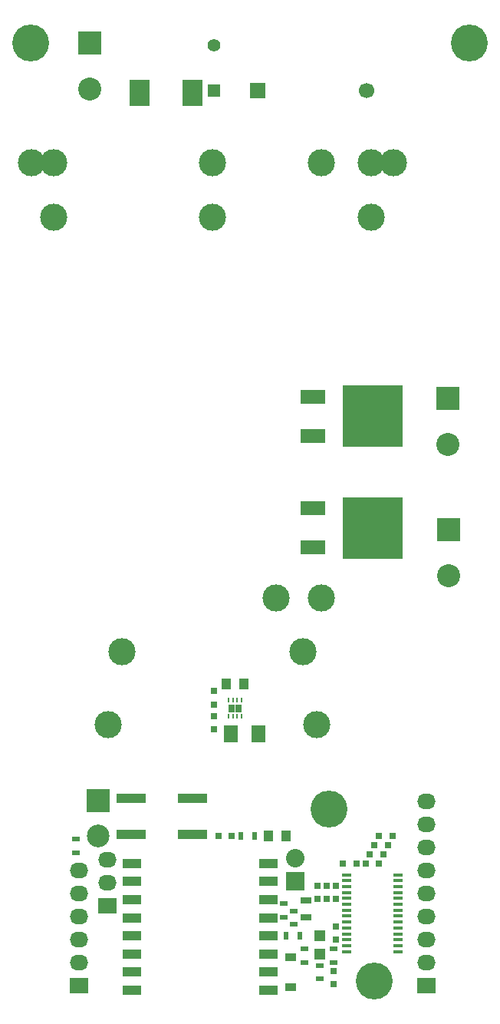
<source format=gts>
G04 #@! TF.FileFunction,Soldermask,Top*
%FSLAX46Y46*%
G04 Gerber Fmt 4.6, Leading zero omitted, Abs format (unit mm)*
G04 Created by KiCad (PCBNEW 4.0.5+dfsg1-4) date Mon Feb 20 16:27:22 2017*
%MOMM*%
%LPD*%
G01*
G04 APERTURE LIST*
%ADD10C,0.150000*%
%ADD11R,0.280000X0.500000*%
%ADD12R,0.800000X0.900000*%
%ADD13C,3.000000*%
%ADD14R,1.700000X1.700000*%
%ADD15C,1.700000*%
%ADD16R,2.500000X2.500000*%
%ADD17C,2.500000*%
%ADD18R,1.000000X1.250000*%
%ADD19R,2.032000X1.727200*%
%ADD20O,2.032000X1.727200*%
%ADD21R,1.220000X0.910000*%
%ADD22R,2.200000X3.000000*%
%ADD23R,1.501140X1.899920*%
%ADD24R,2.780000X1.550000*%
%ADD25R,6.730000X6.740000*%
%ADD26R,3.200000X1.000000*%
%ADD27R,2.540000X2.540000*%
%ADD28C,2.540000*%
%ADD29R,1.400000X1.400000*%
%ADD30C,1.400000*%
%ADD31C,4.064000*%
%ADD32R,0.800000X0.750000*%
%ADD33R,0.750000X0.800000*%
%ADD34R,2.032000X2.032000*%
%ADD35O,2.032000X2.032000*%
%ADD36R,1.198880X1.198880*%
%ADD37R,0.500000X0.900000*%
%ADD38R,0.900000X0.500000*%
%ADD39R,1.100000X0.400000*%
%ADD40R,2.000000X1.000000*%
%ADD41R,1.300000X0.700000*%
G04 APERTURE END LIST*
D10*
D11*
X70850000Y58000000D03*
X70350000Y58000000D03*
X69850000Y58000000D03*
X69350000Y58000000D03*
X69350000Y56200000D03*
X69850000Y56200000D03*
X70350000Y56200000D03*
X70850000Y56200000D03*
D12*
X69700000Y57100000D03*
X70500000Y57100000D03*
D13*
X56100000Y55300000D03*
X79100000Y55300000D03*
X87600000Y117300000D03*
X47600000Y117300000D03*
X85100000Y111300000D03*
X67600000Y111300000D03*
X50100000Y111300000D03*
X79600000Y69300000D03*
X74600000Y69300000D03*
X79600000Y117300000D03*
X50100000Y117300000D03*
X67600000Y117300000D03*
X85100000Y117300000D03*
X57600000Y63300000D03*
X77600000Y63300000D03*
D14*
X72600000Y125200000D03*
D15*
X84600000Y125200000D03*
D16*
X55000000Y46900000D03*
D17*
X55000000Y43015000D03*
D18*
X73750000Y43000000D03*
X75750000Y43000000D03*
D19*
X52900000Y26500000D03*
D20*
X52900000Y29040000D03*
X52900000Y31580000D03*
X52900000Y34120000D03*
X52900000Y36660000D03*
X52900000Y39200000D03*
D21*
X76250000Y29635000D03*
X76250000Y26365000D03*
D18*
X71100000Y59800000D03*
X69100000Y59800000D03*
D22*
X59600000Y125000000D03*
X65400000Y125000000D03*
D23*
X69676000Y54300000D03*
X72724000Y54300000D03*
D24*
X78700000Y87120000D03*
D25*
X85335000Y89300000D03*
D24*
X78700000Y91480000D03*
D26*
X65400000Y47200000D03*
X58600000Y47200000D03*
X58600000Y43200000D03*
X65400000Y43200000D03*
D24*
X78700000Y74820000D03*
D25*
X85335000Y77000000D03*
D24*
X78700000Y79180000D03*
D27*
X54100000Y130440000D03*
D28*
X54100000Y125360000D03*
D27*
X93600000Y91240000D03*
D28*
X93600000Y86160000D03*
D27*
X93700000Y76840000D03*
D28*
X93700000Y71760000D03*
D29*
X67800000Y125200000D03*
D30*
X67800000Y130200000D03*
D31*
X80500000Y46000000D03*
X96000000Y130500000D03*
X47500000Y130500000D03*
D32*
X87000000Y42000000D03*
X85500000Y42000000D03*
X86500000Y41000000D03*
X85000000Y41000000D03*
X86000000Y40000000D03*
X84500000Y40000000D03*
X69750000Y43000000D03*
X68250000Y43000000D03*
D33*
X81000000Y26650000D03*
X81000000Y28150000D03*
D34*
X76750000Y38000000D03*
D35*
X76750000Y40540000D03*
D19*
X56000000Y35300000D03*
D20*
X56000000Y37840000D03*
X56000000Y40380000D03*
D33*
X81200000Y31550000D03*
X81200000Y33050000D03*
X79200000Y37550000D03*
X79200000Y36050000D03*
X81200000Y37550000D03*
X81200000Y36050000D03*
X80200000Y37550000D03*
X80200000Y36050000D03*
D32*
X82000000Y40000000D03*
X83500000Y40000000D03*
X87500000Y43000000D03*
X86000000Y43000000D03*
D36*
X79500000Y29950980D03*
X79500000Y32049020D03*
D19*
X91200000Y26500000D03*
D20*
X91200000Y29040000D03*
X91200000Y31580000D03*
X91200000Y34120000D03*
X91200000Y36660000D03*
X91200000Y39200000D03*
X91200000Y41740000D03*
X91200000Y44280000D03*
X91200000Y46820000D03*
D37*
X72250000Y43000000D03*
X70750000Y43000000D03*
D38*
X76600000Y33250000D03*
X76600000Y34750000D03*
X52500000Y41150000D03*
X52500000Y42650000D03*
X75500000Y34050000D03*
X75500000Y35550000D03*
D37*
X75750000Y32000000D03*
X77250000Y32000000D03*
D38*
X81000000Y30550000D03*
X81000000Y29050000D03*
X79500000Y27250000D03*
X79500000Y28750000D03*
D39*
X88100000Y30275000D03*
X88100000Y30925000D03*
X88100000Y31575000D03*
X88100000Y32225000D03*
X88100000Y32875000D03*
X88100000Y33525000D03*
X88100000Y34175000D03*
X88100000Y34825000D03*
X88100000Y35475000D03*
X88100000Y36125000D03*
X88100000Y36775000D03*
X88100000Y37425000D03*
X88100000Y38075000D03*
X88100000Y38725000D03*
X82400000Y38725000D03*
X82400000Y38075000D03*
X82400000Y37425000D03*
X82400000Y36775000D03*
X82400000Y36125000D03*
X82400000Y35475000D03*
X82400000Y34825000D03*
X82400000Y34175000D03*
X82400000Y33525000D03*
X82400000Y32875000D03*
X82400000Y32225000D03*
X82400000Y31575000D03*
X82400000Y30925000D03*
X82400000Y30275000D03*
D40*
X73750000Y26000000D03*
X73750000Y28000000D03*
X73750000Y30000000D03*
X73750000Y32000000D03*
X73750000Y34000000D03*
X73750000Y36000000D03*
X73750000Y38000000D03*
X73750000Y40000000D03*
X58750000Y40000000D03*
X58750000Y38000000D03*
X58750000Y36000000D03*
X58750000Y34000000D03*
X58750000Y32000000D03*
X58750000Y30000000D03*
X58750000Y28000000D03*
X58750000Y26000000D03*
D33*
X67750000Y54750000D03*
X67750000Y56250000D03*
X67750000Y57500000D03*
X67750000Y59000000D03*
D41*
X77900000Y35950000D03*
X77900000Y34050000D03*
D31*
X85500000Y27000000D03*
D38*
X77800000Y30550000D03*
X77800000Y29050000D03*
M02*

</source>
